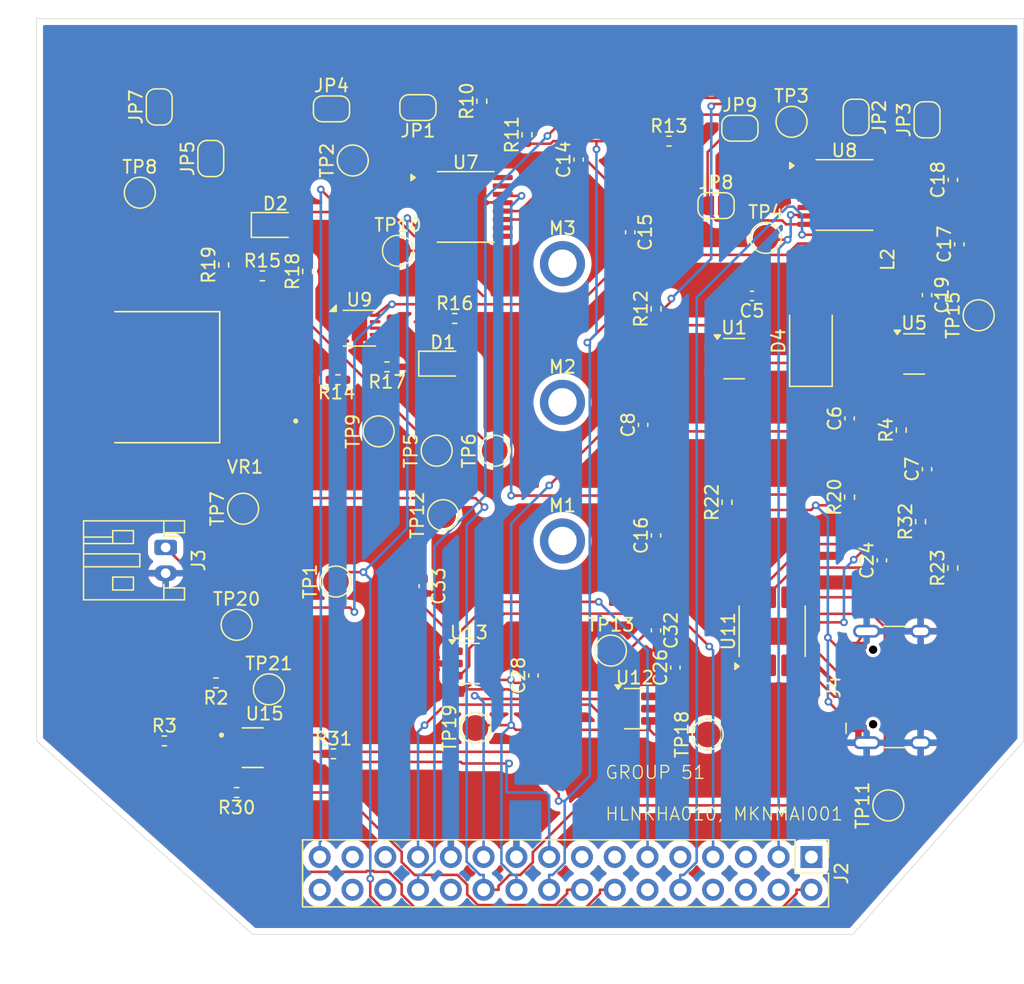
<source format=kicad_pcb>
(kicad_pcb (version 20241229) (generator "pcbnew") (generator_version "9.0")
  (layers (0 "F.Cu" signal) (2 "B.Cu" signal) (13 "F.Paste" user) (15 "B.Paste" user) (5 "F.SilkS" user "F.Silkscreen") (7 "B.SilkS" user "B.Silkscreen") (1 "F.Mask" user) (3 "B.Mask" user) (25 "Edge.Cuts" user))
  (net 0 "")
  (net 1 "BATT")
  (net 2 "GND")
  (net 3 "Net-(C6-Pad1)")
  (net 4 "HV")
  (net 5 "5V Out")
  (net 6 "3V3 Out")
  (net 7 "EXT_LOAD1_OUT")
  (net 8 "EXT_LOAD2_OUT")
  (net 9 "Net-(D2-A)")
  (net 10 "MOTOR3_CTRL2")
  (net 11 "CTRL_EXT_LOAD1")
  (net 12 "Motor2_A_OUT")
  (net 13 "I2C1_SCL")
  (net 14 "MOTOR4_CTRL2")
  (net 15 "CTRL_EXT_LOAD2")
  (net 16 "Motor4_A_OUT")
  (net 17 "MOTOR1_B_OUT")
  (net 18 "Net-(J4-VBUS-PadA4)")
  (net 19 "Net-(JP1-A)")
  (net 20 "Net-(JP1-B)")
  (net 21 "Net-(JP2-B)")
  (net 22 "Net-(JP2-A)")
  (net 23 "Net-(JP5-B)")
  (net 24 "Net-(JP8-A)")
  (net 25 "Net-(JP9-B)")
  (net 26 "Net-(U9-TS)")
  (net 27 "Net-(U9-~{CHG})")
  (net 28 "Net-(U9-PRETERM)")
  (net 29 "Net-(U7-VCP)")
  (net 30 "Net-(U7-VINT)")
  (net 31 "Net-(U8-VCP)")
  (net 32 "Net-(U8-VINT)")
  (net 33 "Net-(U11-GND)")
  (net 34 "Net-(U11-VBUS)")
  (net 35 "Net-(D1-A)")
  (net 36 "Net-(D4-A)")
  (net 37 "/USART2_TX")
  (net 38 "/Motor4_B_OUT")
  (net 39 "/MOTOR3_A_OUT")
  (net 41 "/FAST_CHARGE_CTRL")
  (net 42 "/Motor2_B_OUT")
  (net 43 "/MOTOR1_CTRL2")
  (net 44 "I2C1_SDA")
  (net 45 "/MOTOR3_B_OUT")
  (net 46 "/MOTOR1_A_OUT")
  (net 47 "/MOTOR3_CTRL1")
  (net 48 "/USART2_RX")
  (net 49 "/MOTOR2_CTRL1")
  (net 50 "/MOTOR1_CTRL1")
  (net 51 "/MOTOR2_CTRL2")
  (net 52 "/MOTOR4_CTRL1")
  (net 53 "Net-(U11-DP)")
  (net 54 "Net-(U11-DM)")
  (net 55 "Net-(J4-CC2)")
  (net 60 "Net-(JP5-A)")
  (net 63 "Net-(U15-VIN+)")
  (net 64 "Net-(U9-~{PG})")
  (net 65 "Net-(U9-ISET)")
  (net 66 "Net-(U9-ISET2)")
  (net 67 "Net-(U11-CFG1)")
  (net 68 "Net-(R23-Pad1)")
  (net 69 "MOTOR1_A_OUT ")
  (net 70 "MOTOR3_A_OUT ")
  (net 71 "Net-(U9-IN)")
  (net 75 "MOTOR1_CTRL2 ")
  (net 76 "MOTOR2_CTRL2 ")
  (net 77 "Motor2_B_OUT ")
  (net 78 "MOTOR1_CTRL1 ")
  (net 79 "MOTOR2_CTRL1 ")
  (net 80 "MOTOR3_CTRL1 ")
  (net 81 "MOTOR3_B_OUT ")
  (net 82 "Motor4_B_OUT ")
  (net 83 "MOTOR4_CTRL1 ")
  (footprint "Resistor_SMD:R_0402_1005Metric_Pad0.72x0.64mm_HandSolder" (layer "F.Cu") (at 120 73.5975 90)
    (property "Reference" "R18")
    (property "Value" "1k")
  )
  (footprint "Package_SO:TSSOP-16-1EP_4.4x5mm_P0.65mm_EP3x3mm" (layer "F.Cu") (at 132.25 68.6)
    (property "Reference" "U7")
    (property "Value" "DRV8833PWPR")
  )
  (footprint "TestPoint:TestPoint_Pad_D2.0mm" (layer "F.Cu") (at 155.5 71)
    (property "Reference" "TP4")
    (property "Value" "TestPoint")
  )
  (footprint "Conveter:VREG_LM2596SX-5.0_NOPB" (layer "F.Cu") (at 110.455 81.8 180)
    (property "Reference" "VR1")
    (property "Value" "LM2596SX-5.0_NOPB")
  )
  (footprint "Capacitor_SMD:C_0402_1005Metric_Pad0.74x0.62mm_HandSolder" (layer "F.Cu") (at 168 88.9325 90)
    (property "Reference" "C7")
    (property "Value" "2.2uF")
  )
  (footprint "Capacitor_SMD:C_0402_1005Metric_Pad0.74x0.62mm_HandSolder" (layer "F.Cu") (at 145 70.5675 -90)
    (property "Reference" "C15")
    (property "Value" "10uF")
  )
  (footprint "Capacitor_SMD:C_0402_1005Metric_Pad0.74x0.62mm_HandSolder" (layer "F.Cu") (at 168 75.4325 -90)
    (property "Reference" "C19")
    (property "Value" "2.2uF")
  )
  (footprint "Capacitor_SMD:C_0402_1005Metric_Pad0.74x0.62mm_HandSolder" (layer "F.Cu") (at 170.5 71.5 90)
    (property "Reference" "C17")
    (property "Value" "10uF")
  )
  (footprint "Resistor_SMD:R_0402_1005Metric_Pad0.72x0.64mm_HandSolder" (layer "F.Cu") (at 166 85.9025 90)
    (property "Reference" "R4")
    (property "Value" "10")
  )
  (footprint "TestPoint:TestPoint_Pad_D2.0mm" (layer "F.Cu") (at 133 109 90)
    (property "Reference" "TP19")
    (property "Value" "TestPoint")
  )
  (footprint "Capacitor_SMD:C_0402_1005Metric_Pad0.74x0.62mm_HandSolder" (layer "F.Cu") (at 147 101.4325 -90)
    (property "Reference" "C32")
    (property "Value" "10uF")
  )
  (footprint "Package_SO:SSOP-10-1EP_3.9x4.9mm_P1mm_EP2.1x3.3mm" (layer "F.Cu") (at 156 101.5 90)
    (property "Reference" "U11")
    (property "Value" "CH224K")
  )
  (footprint "Capacitor_SMD:C_0402_1005Metric_Pad0.74x0.62mm_HandSolder" (layer "F.Cu") (at 129 98 -90)
    (property "Reference" "C33")
    (property "Value" "10uF")
  )
  (footprint "Package_SO:TSSOP-16-1EP_4.4x5mm_P0.65mm_EP3x3mm" (layer "F.Cu") (at 161.6 67.675)
    (property "Reference" "U8")
    (property "Value" "DRV8833PWPR")
  )
  (footprint "Capacitor_SMD:C_0402_1005Metric_Pad0.74x0.62mm_HandSolder" (layer "F.Cu") (at 164.5 96 90)
    (property "Reference" "C24")
    (property "Value" "1uF")
  )
  (footprint "Jumper:SolderJumper-2_P1.3mm_Open_RoundedPad1.0x1.5mm" (layer "F.Cu") (at 151.65 68.5)
    (property "Reference" "JP8")
    (property "Value" "SolderJumper_2_Open")
  )
  (footprint "Jumper:SolderJumper-2_P1.3mm_Open_RoundedPad1.0x1.5mm" (layer "F.Cu") (at 108.5 60.85 90)
    (property "Reference" "JP7")
    (property "Value" "SolderJumper_2_Open")
  )
  (footprint "Jumper:SolderJumper-2_P1.3mm_Open_RoundedPad1.0x1.5mm" (layer "F.Cu") (at 121.85 61)
    (property "Reference" "JP4")
    (property "Value" "SolderJumper_2_Open")
  )
  (footprint "TestPoint:TestPoint_Pad_D2.0mm" (layer "F.Cu") (at 172 77 90)
    (property "Reference" "TP15")
    (property "Value" "TestPoint")
  )
  (footprint "TestPoint:TestPoint_Pad_D2.0mm" (layer "F.Cu") (at 107 67.5)
    (property "Reference" "TP8")
    (property "Value" "TestPoint")
  )
  (footprint "INA219BIDCNR:SOT65P280X145-8N" (layer "F.Cu") (at 115.745 110.525)
    (property "Reference" "U15")
    (property "Value" "INA219BIDCNR")
  )
  (footprint "Resistor_SMD:R_0402_1005Metric_Pad0.72x0.64mm_HandSolder" (layer "F.Cu") (at 126.1525 81 180)
    (property "Reference" "R17")
    (property "Value" "10k")
  )
  (footprint "TestPoint:TestPoint_Pad_D2.0mm" (layer "F.Cu") (at 165 115 90)
    (property "Reference" "TP11")
    (property "Value" "TestPoint")
  )
  (footprint "Capacitor_SMD:C_0402_1005Metric_Pad0.74x0.62mm_HandSolder" (layer "F.Cu") (at 154.4325 75.5 180)
    (property "Reference" "C5")
    (property "Value" "1uF")
  )
  (footprint "Connector_PinHeader_2.54mm:PinHeader_2x16_P2.54mm_Vertical" (layer "F.Cu") (at 159.04 119 -90)
    (property "Reference" "J2")
    (property "Value" "Conn_02x16_Odd_Even")
  )
  (footprint "Resistor_SMD:R_0402_1005Metric_Pad0.72x0.64mm_HandSolder" (layer "F.Cu") (at 147 76.5 90)
    (property "Reference" "R12")
    (property "Value" "10k")
  )
  (footprint "Package_TO_SOT_SMD:SOT-23-5" (layer "F.Cu") (at 153.05 80.3625)
    (property "Reference" "U1")
    (property "Value" "AP2112K-3.3")
  )
  (footprint "Resistor_SMD:R_0402_1005Metric_Pad0.72x0.64mm_HandSolder" (layer "F.Cu") (at 116.5 73.945)
    (property "Reference" "R15")
    (property "Value" "2k")
  )
  (footprint "TestPoint:TestPoint_Pad_D2.0mm" (layer "F.Cu") (at 122.1925 97.645 90)
    (property "Reference" "TP1")
    (property "Value" "TestPoint")
  )
  (footprint "Package_SON:WSON-10-1EP_2.5x2.5mm_P0.5mm_EP1.2x2mm" (layer "F.Cu") (at 124.015 78)
    (property "Reference" "U9")
    (property "Value" "BQ24040DSQR")
  )
  (footprint "Jumper:SolderJumper-2_P1.3mm_Open_RoundedPad1.0x1.5mm" (layer "F.Cu") (at 128.55 60.9 180)
    (property "Reference" "JP1")
    (property "Value" "SolderJumper_2_Open")
  )
  (footprint "TestPoint:TestPoint_Pad_D2.0mm" (layer "F.Cu") (at 151 109.5 90)
    (property "Reference" "TP18")
    (property "Value" "TestPoint")
  )
  (footprint "Capacitor_SMD:C_0402_1005Metric_Pad0.74x0.62mm_HandSolder" (layer "F.Cu") (at 141 64.9325 90)
    (property "Reference" "C14")
    (property "Value" "1uF")
  )
  (footprint "TestPoint:TestPoint_Pad_D2.0mm" (layer "F.Cu") (at 134.5 87.5 90)
    (property "Reference" "TP6")
    (property "Value" "TestPoint")
  )
  (footprint "MountingHole:MountingHole_2.2mm_M2_ISO7380_Pad_TopBottom" (layer "F.Cu") (at 139.75 73)
    (property "Reference" "M3")
    (property "Value" "MountingHole_2.2mm_M2_ISO7380_Pad_TopBottom")
  )
  (footprint "TestPoint:TestPoint_Pad_D2.0mm" (layer "F.Cu") (at 127 72)
    (property "Reference" "TP10")
    (property "Value" "TestPoint")
  )
  (footprint "Resistor_SMD:R_0402_1005Metric_Pad0.72x0.64mm_HandSolder" (layer "F.Cu") (at 112.9025 105.5 180)
    (property "Reference" "R2")
    (property "Value" "1k")
  )
  (footprint "Jumper:SolderJumper-2_P1.3mm_Open_RoundedPad1.0x1.5mm" (layer "F.Cu") (at 112.5 64.85 90)
    (property "Reference" "JP5")
    (property "Value" "SolderJumper_2_Open")
  )
  (footprint "Resistor_SMD:R_0402_1005Metric_Pad0.72x0.64mm_HandSolder" (layer "F.Cu") (at 122 111)
    (property "Reference" "R31")
    (property "Value" "4.7k")
  )
  (footprint "Jumper:SolderJumper-2_P1.3mm_Open_RoundedPad1.0x1.5mm" (layer "F.Cu") (at 162.5 61.65 -90)
    (property "Reference" "JP2")
    (property "Value" "SolderJumper_2_Open")
  )
  (footprint "MountingHole:MountingHole_2.2mm_M2_ISO7380_Pad_TopBottom" (layer "F.Cu") (at 139.75 83.75)
    (property "Reference" "M2")
    (property "Value" "MountingHole_2.2mm_M2_ISO7380_Pad_TopBottom")
  )
  (footprint "LED_SMD:LED_0805_2012Metric_Pad1.15x1.40mm_HandSolder" (layer "F.Cu") (at 117.5 70)
    (property "Reference" "D2")
    (property "Value" "LED")
  )
  (footprint "Package_TO_SOT_SMD:SOT-23-5" (layer "F.Cu") (at 167 80)
    (property "Reference" "U5")
    (property "Value" "TPS613222ADBV")
  )
  (footprint "Capacitor_SMD:C_0402_1005Metric_Pad0.74x0.62mm_HandSolder" (layer "F.Cu") (at 162 85 90)
    (property "Reference" "C6")
    (property "Value" "10uF")
  )
  (footprint "Resistor_SMD:R_0402_1005Metric_Pad0.72x0.64mm_HandSolder" (layer "F.Cu") (at 152.5 91.5 90)
    (property "Reference" "R22")
    (property "Value" "10k")
  )
  (footprint "Resistor_SMD:R_0402_1005Metric_Pad0.72x0.64mm_HandSolder" (layer "F.Cu") (at 108.9025 110)
    (property "Reference" "R3")
    (property "Value" "1k")
  )
  (footprint "TestPoint:TestPoint_Pad_D2.0mm" (layer "F.Cu") (at 125.5 86 90)
    (property "Reference" "TP9")
    (property "Value" "TestPoint")
  )
  (footprint "Resistor_SMD:R_0402_1005Metric_Pad0.72x0.64mm_HandSolder" (layer "F.Cu") (at 133.5 60.4025 90)
    (property "Reference" "R10")
    (property "Value" "10k")
  )
  (footprint "Resistor_SMD:R_0402_1005Metric_Pad0.72x0.64mm_HandSolder" (layer "F.Cu") (at 162 91.0975 90)
    (property "Reference" "R20")
    (property "Value" "1k")
  )
  (footprint "Capacitor_SMD:C_0402_1005Metric_Pad0.74x0.62mm_HandSolder" (layer "F.Cu") (at 147 94.0675 90)
    (property "Reference" "C16")
    (property "Value" "2.2uF")
  )
  (footprint "Jumper:SolderJumper-2_P1.3mm_Open_RoundedPad1.0x1.5mm" (layer "F.Cu") (at 168 61.85 90)
    (property "Reference" "JP3")
    (property "Value" "SolderJumper_2_Open")
  )
  (footprint "TestPoint:TestPoint_Pad_D2.0mm" (layer "F.Cu") (at 143.5 103)
    (property "Reference" "TP13")
    (property "Value" "TestPoint")
  )
  (footprint "Resistor_SMD:R_0402_1005Metric_Pad0.72x0.64mm_HandSolder" (layer "F.Cu") (at 113.5 73.0975 90)
    (property "Reference" "R19")
    (property "Value" "10k")
  )
  (footprint "TestPoint:TestPoint_Pad_D2.0mm" (layer "F.Cu") (at 130.5 92.5 90)
    (property "Reference" "TP12")
    (property "Value" "TestPoint")
  )
  (footprint "Resistor_SMD:R_0402_1005Metric_Pad0.72x0.64mm_HandSolder" (layer "F.Cu") (at 137 63 90)
    (property "Reference" "R11")
    (property "Value" "10k")
  )
  (footprint "Jumper:SolderJumper-2_P1.3mm_Open_RoundedPad1.0x1.5mm" (layer "F.Cu") (at 153.5 62.5)
    (property "Reference" "JP9")
    (property "Value" "SolderJumper_2_Open")
  )
  (footprint "Capacitor_SMD:C_0402_1005Metric_Pad0.74x0.62mm_HandSolder" (layer "F.Cu") (at 137.5 104.9325 90)
    (property "Reference" "C28")
    (property "Value" "1uF")
  )
  (footprint "TestPoint:TestPoint_Pad_D2.0mm" (layer "F.Cu") (at 123.5 65 90)
    (property "Reference" "TP2")
    (property "Value" "TestPoint")
  )
  (footprint "TestPoint:TestPoint_Pad_D2.0mm" (layer "F.Cu") (at 157.5 62)
    (property "Reference" "TP3")
    (property "Value" "TestPoint")
  )
  (footprint "Resistor_SMD:R_0402_1005Metric_Pad0.72x0.64mm_HandSolder" (layer "F.Cu") (at 122.3475 82 180)
    (property "Reference" "R14")
    (property "Value" "1k")
  )
  (footprint "Capacitor_SMD:C_0402_1005Metric_Pad0.74x0.62mm_HandSolder" (layer "F.Cu") (at 146 85.5 90)
    (property "Reference" "C8")
    (property "Value" "1uF")
  )
  (footprint "Package_TO_SOT_SMD:SOT-23-6" (layer "F.Cu") (at 145.3625 107.5)
    (property "Reference" "U12")
    (property "Value" "TPS22929D")
  )
  (footprint "LED_SMD:LED_0805_2012Metric_Pad1.15x1.40mm_HandSolder" (layer "F.Cu") (at 130.475 80.75)
    (property "Reference" "D1")
    (property "Value" "LED")
  )
  (footprint "Inductor_SMD:L_0201_0603Metric_Pad0.64x0.40mm_HandSolder" (layer "F.Cu") (at 166 72.6825 90)
    (property "Reference" "L2")
    (property "Value" "10uH")
  )
  (footprint "Connector_JST:JST_PH_S2B-PH-K_1x02_P2.00mm_Horizontal" (layer "F.Cu") (at 109 95 -90)
    (property "Reference" "J3")
    (property "Value" "Conn_01x02_Pin")
  )
  (footprint "TestPoint:TestPoint_Pad_D2.0mm" (layer "F.Cu") (at 130 87.5 90)
    (property "Reference" "TP5")
    (property "Value" "TestPoint")
  )
  (footprint "TestPoint:TestPoint_Pad_D2.0mm" (layer "F.Cu") (at 117 106)
    (property "Reference" "TP21")
    (property "Value" "TestPoint")
  )
  (footprint "MountingHole:MountingHole_2.2mm_M2_ISO7380_Pad_TopBottom" (layer "F.Cu") (at 139.75 94.5)
    (property "Reference" "M1")
    (property "Value" "MountingHole_2.2mm_M2_ISO7380_Pad_TopBottom")
  )
  (footprint "Package_TO_SOT_SMD:SOT-23-6" (layer "F.Cu") (at 132.5 104)
    (property "Reference" "U13")
    (property "Value" "TPS22929D")
  )
  (footprint "Diode_SMD:D_SMA" (layer "F.Cu") (at 159 79 90)
    (property "Reference" "D4")
    (property "Value" "SS34")
  )
  (footprint "Resistor_SMD:R_0402_1005Metric_Pad0.72x0.64mm_HandSolder" (layer "F.Cu") (at 170 96.5975 90)
    (property "Reference" "R23")
    (property "Value" "4.7k")
  )
  (footprint "Connector_USB:USB_C_Receptacle_HCTL_HC-TYPE-C-16P-01A" (layer "F.Cu") (at 166.425 105.82 90)
    (property "Reference" "J4")
    (property "Value" "USB_C_Receptacle_USB2.0_16P")
  )
  (footprint "Resistor_SMD:R_0402_1005Metric_Pad0.72x0.64mm_HandSolder" (layer "F.Cu") (at 148 63.5)
    (property "Reference" "R13")
    (property "Value" "10k")
  )
  (footprint "Capacitor_SMD:C_0402_1005Metric_Pad0.74x0.62mm_HandSolder" (layer "F.Cu") (at 170 66.5 90)
    (property "Reference" "C18")
    (property "Value" "1uF")
  )
  (footprint "Capacitor_SMD:C_0402_1005Metric_Pad0.74x0.62mm_HandSolder" (layer "F.Cu") (at 148.5 104.3175 90)
    (property "Reference" "C26")
    (property "Value" "1uF")
  )
  (footprint "TestPoint:TestPoint_Pad_D2.0mm" (layer "F.Cu") (at 115 92 90)
    (property "Reference" "TP7")
    (property "Value" "TestPoint")
  )
  (footprint "Resistor_SMD:R_0402_1005Metric_Pad0.72x0.64mm_HandSolder" (layer "F.Cu") (at 131.4025 77.25)
    (property "Reference" "R16")
    (property "Value" "4.7k")
  )
  (footprint "TestPoint:TestPoint_Pad_D2.0mm" (layer "F.Cu") (at 114.5 101)
    (property "Reference" "TP20")
    (property "Value" "TestPoint")
  )
  (footprint "Resistor_SMD:R_0402_1005Metric_Pad0.72x0.64mm_HandSolder" (layer "F.Cu") (at 167.5 93 90)
    (property "Reference" "R32")
    (property "Value" "2k")
  )
  (footprint "Resistor_SMD:R_0402_1005Metric_Pad0.72x0.64mm_HandSolder" (layer "F.Cu") (at 114.5 114 180)
    (property "Reference" "R30")
    (property "Value" "4.7k")
  )
  (gr_line (start 129.5 67.5) (end 131 67.5) (stroke (width 0.2)) (layer "F.Cu") (net 2))
  (gr_line (start 129.5 69.5) (end 131 69.5) (stroke (width 0.2)) (layer "F.Cu") (net 2))
  (gr_line (start 148.25 108.5) (end 146.5 108.5) (stroke (width 0.2)) (layer "F.Cu") (net 5))
  (gr_line (start 122.75 78) (end 124.015 78) (stroke (width 0.2)) (layer "F.Cu") (net 2))
  (gr_line (start 163.25 101.5) (end 162.5 102.5) (stroke (width 0.2)) (layer "F.Cu") (net 2))
  (gr_line (start 135.25 68.25) (end 133.75 68.25) (stroke (width 0.2)) (layer "F.Cu") (net 2))
  (gr_line (start 129.5 104) (end 129.5 106) (stroke (width 0.2)) (layer "F.Cu") (net 2))
  (gr_line (start 138.75 106.25) (end 138.75 104.25) (stroke (width 0.2)) (layer "F.Cu") (net 2))
  (gr_line (start 158.75 68.75) (end 160.25 68.75) (stroke (width 0.2)) (layer "F.Cu") (net 2))
  (gr_line (start 129.5 106) (end 135.5 106) (stroke (width 0.2)) (layer "F.Cu") (net 2))
  (gr_line (start 170.5 72.25) (end 166 73.25) (stroke (width 0.2)) (layer "F.Cu") (net 1))
  (gr_line (start 125.25 77) (end 126.5 76) (stroke (width 0.2)) (layer "F.Cu") (net 1))
  (gr_line (start 133 80.5) (end 131.75 80.75) (stroke (width 0.2)) (layer "F.Cu") (net 35))
  (gr_line (start 148.5 104.75) (end 148.25 108.5) (stroke (width 0.2)) (layer "F.Cu") (net 5))
  (gr_line (start 148.5 103.75) (end 147 102) (stroke (width 0.2)) (layer "F.Cu") (net 2))
  (gr_line (start 138.75 104.25) (end 137.5 104.25) (stroke (width 0.2)) (layer "F.Cu") (net 2))
  (gr_line (start 136.25 106.25) (end 138.75 106.25) (stroke (width 0.2)) (layer "F.Cu") (net 2))
  (gr_line (start 164.5 67.25) (end 163 67.25) (stroke (width 0.2)) (layer "F.Cu") (net 2))
  (gr_line (start 165.75 72.25) (end 166 72.25) (stroke (width 0.2)) (layer "F.Cu") (net 36))
  (gr_line (start 158.75 66.75) (end 160.25 66.75) (stroke (width 0.2)) (layer "F.Cu") (net 2))
  (gr_line (start 135.5 106) (end 136.25 106.25) (stroke (width 0.2)) (layer "F.Cu") (net 2))
  (gr_line (start 131.3625 104) (end 129.5 104) (stroke (width 0.2)) (layer "F.Cu") (net 2))
  (gr_line (start 170.5 71) (end 164.5 67.25) (stroke (width 0.2)) (layer "B.Cu") (net 2))
  (gr_line (start 99 54) (end 99 110.002232) (stroke (width 0.05)) (layer "Edge.Cuts"))
  (gr_line (start 99 54) (end 175.5 54) (stroke (width 0.05)) (layer "Edge.Cuts"))
  (gr_line (start 99 110.002232) (end 115.75 125) (stroke (width 0.05)) (layer "Edge.Cuts"))
  (gr_line (start 175.5 110.008927) (end 162.25 125) (stroke (width 0.05)) (layer "Edge.Cuts"))
  (gr_line (start 162.25 125) (end 115.75 125) (stroke (width 0.05)) (layer "Edge.Cuts"))
  (gr_line (start 175.5 54) (end 175.5 110.008927) (stroke (width 0.05)) (layer "Edge.Cuts"))
  (gr_text "GROUP 51\n\nHLNKHA010, MKNMAI001" (at 143 116.25 0) (layer "F.SilkS") (effects (font (size 1 1) (thickness 0.1)) (justify left bottom)))
  (segment (start 113.6644 99.6644) (end 123.2862 99.6644) (width 0.2) (layer "F.Cu") (net 1))
  (segment (start 170.6606 69.6877) (end 169.8725 70.4758) (width 0.2) (layer "F.Cu") (net 1))
  (segment (start 169.9407 65.994) (end 170.6606 66.7139) (width 0.2) (layer "F.Cu") (net 1))
  (segment (start 127.29 121.1471) (end 126.2946 120.1517) (width 0.2) (layer "F.Cu") (net 1))
  (segment (start 113.2112 110.2048) (end 113.5258 109.8902) (width 0.2) (layer "F.Cu") (net 1))
  (segment (start 141.3457 123.1305) (end 128.5162 123.1305) (width 0.2) (layer "F.Cu") (net 1))
  (segment (start 141 64.365) (end 136.44 68.925) (width 0.2) (layer "F.Cu") (net 1))
  (segment (start 169.9407 65.9918) (end 170 65.9325) (width 0.2) (layer "F.Cu") (net 1))
  (segment (start 167.9347 68) (end 169.9407 65.994) (width 0.2) (layer "F.Cu") (net 1))
  (segment (start 127.29 121.9043) (end 127.29 121.1471) (width 0.2) (layer "F.Cu") (net 1))
  (segment (start 164.5 68) (end 167.9347 68) (width 0.2) (layer "F.Cu") (net 1))
  (segment (start 111.7324 105.5) (end 107.611 109.6214) (width 0.2) (layer "F.Cu") (net 1))
  (segment (start 145 68.365) (end 145 70) (width 0.2) (layer "F.Cu") (net 1))
  (segment (start 146.0871 71.0871) (end 145 70) (width 0.2) (layer "F.Cu") (net 1))
  (segment (start 143.8 121.54) (end 142.6483 121.54) (width 0.2) (layer "F.Cu") (net 1))
  (segment (start 141 64.365) (end 145 68.365) (width 0.2) (layer "F.Cu") (net 1))
  (segment (start 157.1156 72.3191) (end 147.3191 72.3191) (width 0.2) (layer "F.Cu") (net 1))
  (segment (start 114.49 110.2) (end 113.8356 110.2) (width 0.2) (layer "F.Cu") (net 1))
  (segment (start 107.611 110.3509) (end 107.934 110.6739) (width 0.2) (layer "F.Cu") (net 1))
  (segment (start 142.6483 121.54) (end 142.6483 121.8279) (width 0.2) (layer "F.Cu") (net 1))
  (segment (start 124.5373 120.1517) (end 118.9858 120.1517) (width 0.2) (layer "F.Cu") (net 1))
  (segment (start 112.305 103.195) (end 112.305 105.5) (width 0.2) (layer "F.Cu") (net 1))
  (segment (start 170.6606 66.7139) (end 170.6606 69.6877) (width 0.2) (layer "F.Cu") (net 1))
  (segment (start 128.5162 123.1305) (end 127.29 121.9043) (width 0.2) (layer "F.Cu") (net 1))
  (segment (start 142.6483 121.8279) (end 141.3457 123.1305) (width 0.2) (layer "F.Cu") (net 1))
  (segment (start 114.5 100.5) (end 114.5 101) (width 0.2) (layer "F.Cu") (net 1))
  (segment (start 123.2862 99.6644) (end 123.6275 100.0057) (width 0.2) (layer "F.Cu") (net 1))
  (segment (start 109.6098 109.8902) (end 109.5 110) (width 0.2) (layer "F.Cu") (net 1))
  (segment (start 107.611 109.6214) (end 107.611 110.3509) (width 0.2) (layer "F.Cu") (net 1))
  (segment (start 109 95) (end 113.6644 99.6644) (width 0.2) (layer "F.Cu") (net 1))
  (segment (start 118.9858 120.1517) (end 113.2112 114.3771) (width 0.2) (layer "F.Cu") (net 1))
  (segment (start 125.1728 120.1517) (end 125.1042 120.0831) (width 0.2) (layer "F.Cu") (net 1))
  (segment (start 169.8725 71.44) (end 170.5 72.0675) (width 0.2) (layer "F.Cu") (net 1))
  (segment (start 146.0871 71.0871) (end 141.0264 76.1478) (width 0.2) (layer "F.Cu") (net 1))
  (segment (start 124.6059 120.0831) (end 124.5373 120.1517) (width 0.2) (layer "F.Cu") (net 1))
  (segment (start 113.6644 99.6644) (end 114.5 100.5) (width 0.2) (layer "F.Cu") (net 1))
  (segment (start 169.8725 71.44) (end 157.9947 71.44) (width 0.2) (layer "F.Cu") (net 1))
  (segment (start 147.3191 72.3191) (end 146.0871 71.0871) (width 0.2) (layer "F.Cu") (net 1))
  (segment (start 107.934 110.6739) (end 108.8261 110.6739) (width 0.2) (layer "F.Cu") (net 1))
  (segment (start 126.2946 120.1517) (end 125.1728 120.1517) (width 0.2) (layer "F.Cu") (net 1))
  (segment (start 113.8356 110.2) (end 113.5258 109.8902) (width 0.2) (layer "F.Cu") (net 1))
  (segment (start 114.5 101) (end 112.305 103.195) (width 0.2) (layer "F.Cu") (net 1))
  (segment (start 136.44 68.925) (end 135.15 68.925) (width 0.2) (layer "F.Cu") (net 1))
  (segment (start 125.1042 120.0831) (end 124.6059 120.0831) (width 0.2) (layer "F.Cu") (net 1))
  (segment (start 108.8261 110.6739) (end 109.5 110) (width 0.2) (layer "F.Cu") (net 1))
  (segment (start 113.5258 109.8902) (end 109.6098 109.8902) (width 0.2) (layer "F.Cu") (net 1))
  (segment (start 157.9947 71.44) (end 157.1156 72.3191) (width 0.2) (layer "F.Cu") (net 1))
  (segment (start 112.305 105.5) (end 111.7324 105.5) (width 0.2) (layer "F.Cu") (net 1))
  (segment (start 169.9407 65.994) (end 169.9407 65.9918) (width 0.2) (layer "F.Cu") (net 1))
  (segment (start 169.8725 70.4758) (end 169.8725 71.44) (width 0.2) (layer "F.Cu") (net 1))
  (segment (start 113.2112 114.3771) (end 113.2112 110.2048) (width 0.2) (layer "F.Cu") (net 1))
  (segment (start 141.0264 76.1478) (end 126.5369 76.1478) (width 0.2) (layer "F.Cu") (net 1))
  (via (at 126.5369 76.1478) (size 0.6) (drill 0.3) (layers "F.Cu" "B.Cu") (net 1))
  (via (at 123.6275 100.0057) (size 0.6) (drill 0.3) (layers "F.Cu" "B.Cu") (net 1))
  (segment (start 123.6275 100.0057) (end 123.6275 79.0572) (width 0.2) (layer "B.Cu") (net 1))
  (segment (start 123.6275 79.0572) (end 126.5369 76.1478) (width 0.2) (layer "B.Cu") (net 1))
  (segment (start 162.9325 86.5) (end 162 85.5675) (width 0.2) (layer "F.Cu") (net 3))
  (segment (start 166 86.5) (end 162.9325 86.5) (width 0.2) (layer "F.Cu") (net 3))
  (segment (start 163.0285 98.8625) (end 165.1335 100.9675) (width 0.2) (layer "F.Cu") (net 4))
  (segment (start 137.45 119.4183) (end 137.45 118.634) (width 0.2) (layer "F.Cu") (net 4))
  (segment (start 115.6183 91.3817) (end 115.6183 85.2) (width 0.2) (layer "F.Cu") (net 4))
  (segment (start 115.8203 91.1797) (end 115.6058 91.3942) (width 0.2) (layer "F.Cu") (net 4))
  (segment (start 134.7917 121.252) (end 135.6554 120.3883) (width 0.2) (layer "F.Cu") (net 4))
  (segment (start 165.1335 105.4443) (end 163.5078 107.07) (width 0.2) (layer "F.Cu") (net 4))
  (segment (start 115.6058 91.3942) (end 115.6183 91.3817) (width 0.2) (layer "F.Cu") (net 4))
  (segment (start 137.45 118.634) (end 141.084 115) (width 0.2) (layer "F.Cu") (net 4))
  (segment (start 133.64 121.54) (end 134.7917 121.54) (width 0.2) (layer "F.Cu") (net 4))
  (segment (start 164.735 108.2972) (end 163.5078 107.07) (width 0.2) (layer "F.Cu") (net 4))
  (segment (start 164.735 115) (end 165 115) (width 0.2) (layer "F.Cu") (net 4))
  (segment (start 158 98.8625) (end 163.0285 98.8625) (width 0.2) (layer "F.Cu") (net 4))
  (segment (start 135.6554 120.3883) (end 136.48 120.3883) (width 0.2) (layer "F.Cu") (net 4))
  (segment (start 163.5078 107.07) (end 162.68 107.07) (width 0.2) (layer "F.Cu") (net 4))
  (segment (start 117 85.2) (end 115.6183 85.2) (width 0.2) (layer "F.Cu") (net 4))
  (segment (start 164.735 115) (end 164.735 108.2972) (width 0.2) (layer "F.Cu") (net 4))
  (segment (start 165.1335 100.9675) (end 165.1335 105.4443) (width 0.2) (layer "F.Cu") (net 4))
  (segment (start 115 92) (end 115.6058 91.3942) (width 0.2) (layer "F.Cu") (net 4))
  (segment (start 133.7088 91.8751) (end 133.0134 91.1797) (width 0.2) (layer "F.Cu") (net 4))
  (segment (start 133.0134 91.1797) (end 115.8203 91.1797) (width 0.2) (layer "F.Cu") (net 4))
  (segment (start 136.48 120.3883) (end 137.45 119.4183) (width 0.2) (layer "F.Cu") (net 4))
  (segment (start 141.084 115) (end 164.735 115) (width 0.2) (layer "F.Cu") (net 4))
  (segment (start 134.7917 121.54) (end 134.7917 121.252) (width 0.2) (layer "F.Cu") (net 4))
  (via (at 133.7088 91.8751) (size 0.6) (drill 0.3) (layers "F.Cu" "B.Cu") (net 4))
  (segment (start 133.3521 120.3883) (end 132.3228 119.359) (width 0.2) (layer "B.Cu") (net 4))
  (segment (start 133.64 121.54) (end 133.64 120.3883) (width 0.2) (layer "B.Cu") (net 4))
  (segment (start 132.3228 119.359) (end 132.3228 93.2611) (width 0.2) (layer "B.Cu") (net 4))
  (segment (start 132.3228 93.2611) (end 133.7088 91.8751) (width 0.2) (layer "B.Cu") (net 4))
  (segment (start 133.64 120.3883) (end 133.3521 120.3883) (width 0.2) (layer "B.Cu") (net 4))
  (segment (start 146.5 109.1415) (end 136.1334 109.1415) (width 0.2) (layer "F.Cu") (net 5))
  (segment (start 135.9727 105.5) (end 135.745 105.2723) (width 0.2) (layer "F.Cu") (net 5))
  (segment (start 151.9125 79.4125) (end 152.2721 79.4125) (width 0.2) (layer "F.Cu") (net 5))
  (segment (start 165.8921 87.6967) (end 168.1375 85.4513) (width 0.2) (layer "F.Cu") (net 5))
  (segment (start 168.1375 85.4513) (end 168.1375 80.95) (width 0.2) (layer "F.Cu") (net 5))
  (segment (start 161.3832 85.0493) (end 162 84.4325) (width 0.2) (layer "F.Cu") (net 5))
  (segment (start 152.6644 81.3125) (end 151.9125 81.3125) (width 0.2) (layer "F.Cu") (net 5))
  (segment (start 137.5 105.5) (end 135.9727 105.5) (width 0.2) (layer "F.Cu") (net 5))
  (segment (start 146 86.0675) (end 142.8487 86.0675) (width 0.2) (layer "F.Cu") (net 5))
  (segment (start 162 84) (end 162 84.4325) (width 0.2) (layer "F.Cu") (net 5))
  (segment (start 168.1375 80.8625) (end 168.1375 80.95) (width 0.2) (layer "F.Cu") (net 5))
  (segment (start 133.9598 105.2723) (end 133.6375 104.95) (width 0.2) (layer "F.Cu") (net 5))
  (segment (start 161.3832 86.0002) (end 163.0797 87.6967) (width 0.2) (layer "F.Cu") (net 5))
  (segment (start 159 81) (end 162 84) (width 0.2) (layer "F.Cu") (net 5))
  (segment (start 135.775 108.7831) (end 133.2831 108.7831) (width 0.2) (layer "F.Cu") (net 5))
  (segment (start 153.281 80.4214) (end 153.281 80.6959) (width 0.2) (layer "F.Cu") (net 5))
  (segment (start 151 109.5) (end 146.8585 109.5) (width 0.2) (layer "F.Cu") (net 5))
  (segment (start 168 89.5) (end 165.8921 89.5) (width 0.2) (layer "F.Cu") (net 5))
  (segment (start 142.8487 86.0675) (end 138.725 90.1912) (width 0.2) (layer "F.Cu") (net 5))
  (segment (start 161.3832 86.0002) (end 161.3832 85.0493) (width 0.2) (layer "F.Cu") (net 5))
  (segment (start 159 81) (end 158.6959 80.6959) (width 0.2) (layer "F.Cu") (net 5))
  (segment (start 165.8921 89.5) (end 165.8921 87.6967) (width 0.2) (layer "F.Cu") (net 5))
  (segment (start 158.6959 80.6959) (end 153.281 80.6959) (width 0.2) (layer "F.Cu") (net 5))
  (segment (start 136.1334 109.1415) (end 135.775 108.7831) (width 0.2) (layer "F.Cu") (net 5))
  (segment (start 152.2721 79.4125) (end 153.281 80.4214) (width 0.2) (layer "F.Cu") (net 5))
  (segment (start 146.5 109.1415) (end 146.5 108.45) (width 0.2) (layer "F.Cu") (net 5))
  (segment (start 133.2831 108.7831) (end 133 108.5) (width 0.2) (layer "F.Cu") (net 5))
  (segment (start 153.281 80.6959) (end 152.6644 81.3125) (width 0.2) (layer "F.Cu") (net 5))
  (segment (start 172 77) (end 168.1375 80.8625) (width 0.2) (layer "F.Cu") (net 5))
  (segment (start 135.745 105.2723) (end 133.9598 105.2723) (width 0.2) (layer "F.Cu") (net 5))
  (segment (start 161.3832 86.0002) (end 146.0673 86.0002) (width 0.2) (layer "F.Cu") (net 5))
  (segment (start 146.8585 109.5) (end 146.5 109.1415) (width 0.2) (layer "F.Cu") (net 5))
  (segment (start 146.0673 86.0002) (end 146 86.0675) (width 0.2) (layer "F.Cu") (net 5))
  (segment (start 163.0797 87.6967) (end 165.8921 87.6967) (width 0.2) (layer "F.Cu") (net 5))
  (via (at 135.775 108.7831) (size 0.6) (drill 0.3) (layers "F.Cu" "B.Cu") (net 5))
  (via (at 135.745 105.2723) (size 0.6) (drill 0.3) (layers "F.Cu" "B.Cu") (net 5))
  (via (at 138.725 90.1912) (size 0.6) (drill 0.3) (layers "F.Cu" "B.Cu") (net 5))
  (segment (start 136.18 121.54) (end 136.18 120.3883) (width 0.2) (layer "B.Cu") (net 5))
  (segment (start 135.0181 119.5143) (end 135.8921 120.3883) (width 0.2) (layer "B.Cu") (net 5))
  (segment (start 135.0181 109.54) (end 135.0181 119.5143) (width 0.2) (layer "B.Cu") (net 5))
  (segment (start 135.775 105.2723) (end 135.745 105.2723) (width 0.2) (layer "B.Cu") (net 5))
  (segment (start 135.775 105.2723) (end 135.775 108.7831) (width 0.2) (layer "B.Cu") (net 5))
  (segment (start 135.775 108.7831) (end 135.0181 109.54) (width 0.2) (layer "B.Cu") (net 5))
  (segment (start 138.725 90.1912) (end 135.775 93.1412) (width 0.2) (layer "B.Cu") (net 5))
  (segment (start 135.8921 120.3883) (end 136.18 120.3883) (width 0.2) (layer "B.Cu") (net 5))
  (segment (start 135.775 93.1412) (end 135.775 105.2723) (width 0.2) (layer "B.Cu") (net 5))
  (segment (start 146.3723 76.5302) (end 147 75.9025) (width 0.2) (layer "F.Cu") (net 6))
  (segment (start 122.5975 111) (end 121.1475 109.55) (width 0.2) (layer "F.Cu") (net 6))
  (segment (start 147.4025 63.5) (end 142.3843 63.5) (width 0.2) (layer "F.Cu") (net 6))
  (segment (start 139.4528 114.1247) (end 136.1725 110.8444) (width 0.2) (layer "F.Cu") (net 6))
  (segment (start 152.7288 77.7712) (end 146.6448 77.7712) (width 0.2) (layer "F.Cu") (net 6))
  (segment (start 139.4528 114.6594) (end 139.4528 114.1247) (width 0.2) (layer "F.Cu") (net 6))
  (segment (start 136.1725 110.8444) (end 122.7531 110.8444) (width 0.2) (layer "F.Cu") (net 6))
  (segment (start 143.2924 77.4987) (end 141.675 79.1161) (width 0.2) (layer "F.Cu") (net 6))
  (segment (start 121.1475 109.55) (end 117 109.55) (width 0.2) (layer "F.Cu") (net 6))
  (segment (start 146.3723 77.4987) (end 143.2924 77.4987) (width 0.2) (layer "F.Cu") (net 6))
  (segment (start 114.49 113.4125) (end 113.9025 114) (width 0.2) (layer "F.Cu") (net 6))
  (segment (start 152.7288 77.7712) (end 155 75.5) (width 0.2) (layer "F.Cu") (net 6))
  (segment (start 138.8339 63.7013) (end 137.1038 63.7013) (width 0.2) (layer "F.Cu") (net 6))
  (segment (start 122.7531 110.8444) (end 122.5975 111) (width 0.2) (layer "F.Cu") (net 6))
  (segment (start 152.7288 77.7712) (end 152.7288 77.9538) (width 0.2) (layer "F.Cu") (net 6))
  (segment (start 134.9125 61.51) (end 137 63.5975) (width 0.2) (layer "F.Cu") (net 6))
  (segment (start 114.49 111.5) (end 114.49 113.4125) (width 0.2) (layer "F.Cu") (net 6))
  (segment (start 117 109.55) (end 116.3961 109.55) (width 0.2) (layer "F.Cu") (net 6))
  (segment (start 133.5 59.805) (end 134.9125 61.2175) (width 0.2) (layer "F.Cu") (net 6))
  (segment (start 146.6448 77.7712) (end 146.3723 77.4987) (width 0.2) (layer "F.Cu") (net 6))
  (segment (start 142.3843 63.5) (end 142.3843 64.1287) (width 0.2) (layer "F.Cu") (net 6))
  (segment (start 116.3961 109.55) (end 115.8866 110.0595) (width 0.2) (layer "F.Cu") (net 6))
  (segment (start 115.8866 110.0595) (end 115.8866 110.7079) (width 0.2) (layer "F.Cu") (net 6))
  (segment (start 115.0945 111.5) (end 114.49 111.5) (width 0.2) (layer "F.Cu") (net 6))
  (segment (start 152.7288 77.9538) (end 154.1875 79.4125) (width 0.2) (layer "F.Cu") (net 6))
  (segment (start 146.3723 77.4987) (end 146.3723 76.5302) (width 0.2) (layer "F.Cu") (net 6))
  (segment (start 115.8866 110.7079) (end 115.0945 111.5) (width 0.2) (layer "F.Cu") (net 6))
  (segment (start 142.3843 63.5) (end 139.0352 63.5) (width 0.2) (layer "F.Cu") (net 6))
  (segment (start 134.9125 61.2175) (end 134.9125 61.51) (width 0.2) (layer "F.Cu") (net 6))
  (segment (start 139.0352 63.5) (end 138.8339 63.7013) (width 0.2) (layer "F.Cu") (net 6))
  (segment (start 137.1038 63.7013) (end 137 63.5975) (width 0.2) (layer "F.Cu") (net 6))
  (via (at 142.3843 64.1287) (size 0.6) (drill 0.3) (layers "F.Cu" "B.Cu") (net 6))
  (via (at 141.675 79.1161) (size 0.6) (drill 0.3) (layers "F.Cu" "B.Cu") (net 6))
  (via (at 139.4528 114.6594) (size 0.6) (drill 0.3) (layers "F.Cu" "B.Cu") (net 6))
  (segment (start 138.72 121.54) (end 138.72 120.3883) (width 0.2) (layer "B.Cu") (net 6))
  (segment (start 142.3843 64.1287) (end 142.3843 78.4068) (width 0.2) (layer "B.Cu") (net 6))
  (segment (start 139.4528 114.6594) (end 139.9228 114.6594) (width 0.2) (layer "B.Cu") (net 6))
  (segment (start 139.9228 119.454) (end 138.9885 120.3883) (width 0.2) (layer "B.Cu") (net 6))
  (segment (start 142.3843 78.4068) (end 141.675 79.1161) (width 0.2) (layer "B.Cu") (net 6))
  (segment (start 139.9228 114.6594) (end 139.9228 119.454) (width 0.2) (layer "B.Cu") (net 6))
  (segment (start 139.9228 114.6594) (end 141.8648 112.7174) (width 0.2) (layer "B.Cu") (net 6))
  (segment (start 141.8648 112.7174) (end 141.8648 79.3059) (width 0.2) (layer "B.Cu") (net 6))
  (segment (start 138.9885 120.3883) (end 138.72 120.3883) (width 0.2) (layer "B.Cu") (net 6))
  (segment (start 141.8648 79.3059) (end 141.675 79.1161) (width 0.2) (layer "B.Cu") (net 6))
  (segment (start 144.225 106.3115) (end 144.225 106.55) (width 0.2) (layer "F.Cu") (net 7))
  (segment (start 144.865 103) (end 147 100.865) (width 0.2) (layer "F.Cu") (net 7))
  (segment (start 143.7865 106.75) (end 144.225 106.3115) (width 0.2) (layer "F.Cu") (net 7))
  (segment (start 143.5 103) (end 144.225 103) (width 0.2) (layer "F.Cu") (net 7))
  (segment (start 132.9456 106.5) (end 133.1341 106.5) (width 0.2) (layer "F.Cu") (net 7))
  (segment (start 133.1341 106.5) (end 133.3841 106.75) (width 0.2) (layer "F.Cu") (net 7))
  (segment (start 133.3841 106.75) (end 143.7865 106.75) (width 0.2) (layer "F.Cu") (net 7))
  (segment (start 144.225 103) (end 144.865 103) (width 0.2) (layer "F.Cu") (net 7))
  (segment (start 144.225 103) (end 144.225 106.3115) (width 0.2) (layer "F.Cu") (net 7))
  (via (at 132.9456 106.5) (size 0.6) (drill 0.3) (layers "F.Cu" "B.Cu") (net 7))
  (segment (start 133.1341 106.5) (end 133.64 107.0059) (width 0.2) (layer "B.Cu") (net 7))
  (segment (start 132.9456 106.5) (end 133.1341 106.5) (width 0.2) (layer "B.Cu") (net 7))
  (segment (start 133.64 107.0059) (end 133.64 119) (width 0.2) (layer "B.Cu") (net 7))
  (segment (start 131.3625 101.9845) (end 128.376 98.998) (width 0.2) (layer "F.Cu") (net 8))
  (segment (start 129 94) (end 129 97.4325) (width 0.2) (layer "F.Cu") (net 8))
  (segment (start 142.5574 99.2175) (end 134.1295 99.2175) (width 0.2) (layer "F.Cu") (net 8))
  (segment (start 128.376 98.0565) (end 129 97.4325) (width 0.2) (layer "F.Cu") (net 8))
  (segment (start 128.376 98.998) (end 128.376 98.0565) (width 0.2) (layer "F.Cu") (net 8))
  (segment (start 134.1295 99.2175) (end 131.3625 101.9845) (width 0.2) (layer "F.Cu") (net 8))
  (segment (start 130.5 92.5) (end 129 94) (width 0.2) (layer "F.Cu") (net 8))
  (segment (start 131.3625 103.05) (end 131.3625 101.9845) (width 0.2) (layer "F.Cu") (net 8))
  (via (at 142.5574 99.2175) (size 0.6) (drill 0.3) (layers "F.Cu" "B.Cu") (net 8))
  (segment (start 146.34 103.0001) (end 142.5574 99.2175) (width 0.2) (layer "B.Cu") (net 8))
  (segment (start 146.34 119) (end 146.34 103.0001) (width 0.2) (layer "B.Cu") (net 8))
  (segment (start 120 77.5) (end 120 74.195) (width 0.2) (layer "F.Cu") (net 9))
  (segment (start 130 87.5) (end 120 77.5) (width 0.2) (layer "F.Cu") (net 9))
  (segment (start 118.525 72.72) (end 120 74.195) (width 0.2) (layer "F.Cu") (net 9))
  (segment (start 118.525 70) (end 118.525 72.72) (width 0.2) (layer "F.Cu") (net 9))
  (segment (start 164.5 66.05) (end 165.8508 66.05) (width 0.2) (layer "F.Cu") (net 10))
  (segment (start 141.5396 60.1447) (end 138.5847 63.0996) (width 0.2) (layer "F.Cu") (net 10))
  (segment (start 165.8508 66.05) (end 169.093 62.8078) (width 0.2) (layer "F.Cu") (net 10))
  (segment (start 169.093 62.8078) (end 169.093 60.886) (width 0.2) (layer "F.Cu") (net 10))
  (segment (start 168.3517 60.1447) (end 141.5396 60.1447) (width 0.2) (layer "F.Cu") (net 10))
  (segment (start 169.093 60.886) (end 168.3517 60.1447) (width 0.2) (layer "F.Cu") (net 10))
  (via (at 138.5847 63.0996) (size 0.6) (drill 0.3) (layers "F.Cu" "B.Cu") (net 10))
  (segment (start 129.83 119.3868) (end 128.8285 120.3883) (width 0.2) (layer "B.Cu") (net 10))
  (segment (start 128.8285 120.3883) (end 128.56 120.3883) (width 0.2) (layer "B.Cu") (net 10))
  (segment (start 138.5847 63.0996) (end 133.775 67.9093) (width 0.2) (layer "B.Cu") (net 10))
  (segment (start 133.775 90.9581) (end 129.83 94.9031) (width 0.2) (layer "B.Cu") (net 10))
  (segment (start 129.83 94.9031) (end 129.83 119.3868) (width 0.2) (layer "B.Cu") (net 10))
  (segment (start 133.775 67.9093) (end 133.775 90.9581) (width 0.2) (layer "B.Cu") (net 10))
  (segment (start 128.56 121.54) (end 128.56 120.3883) (width 0.2) (layer "B.Cu") (net 10))
  (segment (start 130.3481 107.5) (end 130.5 107.5) (width 0.2) (layer "F.Cu") (net 11))
  (segment (start 141.9396 107.1896) (end 143.2 108.45) (width 0.2) (layer "F.Cu") (net 11))
  (segment (start 130.5 107.5) (end 130.8104 107.1896) (width 0.2) (layer "F.Cu") (net 11))
  (segment (start 143.2 108.45) (end 144.225 108.45) (width 0.2) (layer "F.Cu") (net 11))
  (segment (start 129.065 108.7831) (end 130.3481 107.5) (width 0.2) (layer "F.Cu") (net 11))
  (segment (start 130.8104 107.1896) (end 141.9396 107.1896) (width 0.2) (layer "F.Cu") (net 11))
  (via (at 129.065 108.7831) (size 0.6) (drill 0.3) (layers "F.Cu" "B.Cu") (net 11))
  (segment (start 128.56 109.2881) (end 129.065 108.7831) (width 0.2) (layer "B.Cu") (net 11))
  (segment (start 128.56 119) (end 128.56 109.2881) (width 0.2) (layer "B.Cu") (net 11))
  (segment (start 124.3213 96.9163) (end 122.9212 96.9163) (width 0.2) (layer "F.Cu") (net 12))
  (segment (start 122.9212 96.9163) (end 122.1925 97.645) (width 0.2) (layer "F.Cu") (net 12))
  (segment (start 124.855 122.0409) (end 124.855 120.6848) (width 0.2) (layer "F.Cu") (net 12))
  (segment (start 126.3832 123.5691) (end 124.855 122.0409) (width 0.2) (layer "F.Cu") (net 12))
  (segment (start 127.7237 69.4661) (end 128.4826 70.225) (width 0.2) (layer "F.Cu") (net 12))
  (segment (start 156.1471 123.5691) (end 126.3832 123.5691) (width 0.2) (layer "F.Cu") (net 12))
  (segment (start 157.8883 121.54) (end 157.8883 121.8279) (width 0.2) (layer "F.Cu") (net 12))
  (segment (start 157.8883 121.8279) (end 156.1471 123.5691) (width 0.2) (layer "F.Cu") (net 12))
  (segment (start 159.04 121.54) (end 157.8883 121.54) (width 0.2) (layer "F.Cu") (net 12))
  (segment (start 128.4826 70.225) (end 129.35 70.225) (width 0.2) (layer "F.Cu") (net 12))
  (via (at 127.7237 69.4661) (size 0.6) (drill 0.3) (layers "F.Cu" "B.Cu") (net 12))
  (via (at 124.855 120.6848) (size 0.6) (drill 0.3) (layers "F.Cu" "B.Cu") (net 12))
  (via (at 124.3213 96.9163) (size 0.6) (drill 0.3) (layers "F.Cu" "B.Cu") (net 12))
  (segment (start 127.7237 93.5139) (end 127.7237 69.4661) (width 0.2) (layer "B.Cu") (net 12))
  (segment (start 124.855 120.6848) (end 124.855 97.45) (width 0.2) (layer "B.Cu") (net 12))
  (segment (start 124.855 97.45) (end 124.3213 96.9163) (width 0.2) (layer "B.Cu") (net 12))
  (segment (start 124.3213 96.9163) (end 127.7237 93.5139) (width 0.2) (layer "B.Cu") (net 12))
  (segment (start 122.6871 114) (end 117 114) (width 0.2) (layer "F.Cu") (net 13))
  (segment (start 140.1083 121.54) (end 140.1083 121.8279) (width 0.2) (layer "F.Cu") (net 13))
  (segment (start 132.37 121.9043) (end 132.37 121.1471) (width 0.2) (layer "F.Cu") (net 13))
  (segment (start 141.26 121.54) (end 140.1083 121.54) (width 0.2) (layer "F.Cu") (net 13))
  (segment (start 128.2842 120.3883) (end 127.29 119.3941) (width 0.2) (layer "F.Cu") (net 13))
  (segment (start 127.29 119.3941) (end 127.29 118.6029) (width 0.2) (layer "F.Cu") (net 13))
  (segment (start 139.209 122.7272) (end 133.1929 122.7272) (width 0.2) (layer "F.Cu") (net 13))
  (segment (start 131.6112 120.3883) (end 128.2842 120.3883) (width 0.2) (layer "F.Cu") (net 13))
  (segment (start 127.29 118.6029) (end 122.6871 114) (width 0.2) (layer "F.Cu") (net 13))
  (segment (start 140.1083 121.8279) (end 139.209 122.7272) (width 0.2) (layer "F.Cu") (net 13))
  (segment (start 132.37 121.1471) (end 131.6112 120.3883) (width 0.2) (layer "F.Cu") (net 13))
  (segment (start 133.1929 122.7272) (end 132.37 121.9043) (width 0.2) (layer "F.Cu") (net 13))
  (segment (start 117 114) (end 115.0975 114) (width 0.2) (layer "F.Cu") (net 13))
  (segment (start 117 114) (end 117 111.5) (width 0.2) (layer "F.Cu") (net 13))
  (segment (start 165.3073 69.3) (end 165.5519 69.5446) (width 0.2) (layer "F.Cu") (net 14))
  (segment (start 165.5519 69.5446) (end 165.5519 70.3577) (width 0.2) (layer "F.Cu") (net 14))
  (segment (start 165.5519 70.3577) (end 165.152 70.7576) (width 0.2) (layer "F.Cu") (net 14))
  (segment (start 164.5 69.3) (end 165.3073 69.3) (width 0.2) (layer "F.Cu") (net 14))
  (segment (start 165.152 70.7576) (end 158.3103 70.7576) (width 0.2) (layer "F.Cu") (net 14))
  (via (at 158.3103 70.7576) (size 0.6) (drill 0.3) (layers "F.Cu" "B.Cu") (net 14))
  (segment (start 150.15 119.3868) (end 149.1485 120.3883) (width 0.2) (layer "B.Cu") (net 14))
  (segment (start 157.2032 68.5755) (end 150.15 75.6287) (width 0.2) (layer "B.Cu") (net 14))
  (segment (start 149.1485 120.3883) (end 148.88 120.3883) (width 0.2) (layer "B.Cu") (net 14))
  (segment (start 158.3103 70.7576) (end 158.3103 69.2398) (width 0.2) (layer "B.Cu") (net 14))
  (segment (start 150.15 75.6287) (end 150.15 119.3868) (width 0.2) (layer "B.Cu") (net 14))
  (segment (start 157.646 68.5755) (end 157.2032 68.5755) (width 0.2) (layer "B.Cu") (net 14))
  (segment (start 158.3103 69.2398) (end 157.646 68.5755) (width 0.2) (layer "B.Cu") (net 14))
  (segment (start 148.88 121.54) (end 148.88 120.3883) (width 0.2) (layer "B.Cu") (net 14))
  (segment (start 131.7764 104.95) (end 132.5232 104.2032) (width 0.2) (layer "F.Cu") (net 15))
  (segment (start 131.3625 104.95) (end 131.7764 104.95) (width 0.2) (layer "F.Cu") (net 15))
  (segment (start 135.2233 100.1354) (end 148.5788 100.1354) (width 0.2) (layer "F.Cu") (net 15))
  (segment (start 148.5788 100.1354) (end 151.125 102.6816) (width 0.2) (layer "F.Cu") (net 15))
  (segment (start 132.5232 104.2032) (end 132.5232 102.8355) (width 0.2) (layer "F.Cu") (net 15))
  (segment (start 132.5232 102.8355) (end 135.2233 100.1354) (width 0.2) (layer "F.Cu") (net 15))
  (via (at 151.125 102.6816) (size 0.6) (drill 0.3) (layers "F.Cu" "B.Cu") (net 15))
  (segment (start 151.125 102.6816) (end 151.42 102.9766) (width 0.2) (layer "B.Cu") (net 15))
  (segment (start 151.42 102.9766) (end 151.42 119) (width 0.2) (layer "B.Cu") (net 15))
  (segment (start 155.6425 71.1425) (end 155.5 71) (width 0.2) (layer "F.Cu") (net 16))
  (segment (start 158.6206 69.2206) (end 158.7 69.3) (width 0.2) (layer "F.Cu") (net 16))
  (segment (start 157.2 71.1425) (end 155.6425 71.1425) (width 0.2) (layer "F.Cu") (net 16))
  (segment (start 157.4345 69.2206) (end 158.6206 69.2206) (width 0.2) (layer "F.Cu") (net 16))
  (via (at 157.2 71.1425) (size 0.6) (drill 0.3) (layers "F.Cu" "B.Cu") (net 16))
  (via (at 157.4345 69.2206) (size 0.6) (drill 0.3) (layers "F.Cu" "B.Cu") (net 16))
  (segment (start 156.5 119) (end 156.5 71.8425) (width 0.2) (layer "B.Cu") (net 16))
  (segment (start 156.5 71.8425) (end 157.2 71.1425) (width 0.2) (layer "B.Cu") (net 16))
  (segment (start 157.4345 70.908) (end 157.4345 69.2206) (width 0.2) (layer "B.Cu") (net 16))
  (segment (start 157.2 71.1425) (end 157.4345 70.908) (width 0.2) (layer "B.Cu") (net 16))
  (segment (start 122.0507 68.275) (end 129.35 68.275) (width 0.2) (layer "F.Cu") (net 17))
  (segment (start 121.025 67.2493) (end 122.0507 68.275) (width 0.2) (layer "F.Cu") (net 17))
  (via (at 121.025 67.2493) (size 0.6) (drill 0.3) (layers "F.Cu" "B.Cu") (net 17))
  (segment (start 121.025 67.2493) (end 121.025 117.7633) (width 0.2) (layer "B.Cu") (net 17))
  (segment (start 120.94 119) (end 120.94 117.8483) (width 0.2) (layer "B.Cu") (net 17))
  (segment (start 121.025 117.7633) (end 120.94 117.8483) (width 0.2) (layer "B.Cu") (net 17))
  (segment (start 162.68 108.22) (end 161.6116 108.22) (width 0.2) (layer "F.Cu") (net 18))
  (segment (start 160.3146 101.9891) (end 161.7455 103.42) (width 0.2) (layer "F.Cu") (net 18))
  (segment (start 159.375 91.7344) (end 161.9606 91.7344) (width 0.2) (layer "F.Cu") (net 18))
  (segment (start 152.5 92.0975) (end 159.0119 92.0975) (width 0.2) (layer "F.Cu") (net 18))
  (segment (start 159.0119 92.0975) (end 159.375 91.7344) (width 0.2) (layer "F.Cu") (net 18))
  (segment (start 161.9606 91.7344) (end 162 91.695) (width 0.2) (layer "F.Cu") (net 18))
  (segment (start 161.7455 103.42) (end 162.68 103.42) (width 0.2) (layer "F.Cu") (net 18))
  (segment (start 161.6116 108.22) (end 160.3545 106.9629) (width 0.2) (layer "F.Cu") (net 18))
  (via (at 160.3545 106.9629) (size 0.6) (drill 0.3) (layers "F.Cu" "B.Cu") (net 18))
  (via (at 159.375 91.7344) (size 0.6) (drill 0.3) (layers "F.Cu" "B.Cu") (net 18))
  (via (at 160.3146 101.9891) (size 0.6) (drill 0.3) (layers "F.Cu" "B.Cu") (net 18))
  (segment (start 160.3545 106.9629) (end 160.3146 106.923) (width 0.2) (layer "B.Cu") (net 18))
  (segment (start 160.3146 92.674) (end 159.375 91.7344) (width 0.2) (layer "B.Cu") (net 18))
  (segment (start 160.3146 106.923) (end 160.3146 101.9891) (width 0.2) (layer "B.Cu") (net 18))
  (segment (start 160.3146 101.9891) (end 160.3146 92.674) (width 0.2) (layer "B.Cu") (net 18))
  (segment (start 133.4 60.9) (end 133.5 61) (width 0.2) (layer "F.Cu") (net 19))
  (segment (start 129.2 60.9) (end 133.4 60.9) (width 0.2) (layer "F.Cu") (net 19))
  (segment (start 127.9 60.9) (end 122.6 60.9) (width 0.2) (layer "F.Cu") (net 20))
  (segment (start 127.9 64.875) (end 129.35 66.325) (width 0.2) (layer "F.Cu") (net 20))
  (segment (start 127.9 60.9) (end 127.9 64.875) (width 0.2) (layer "F.Cu") (net 20))
  (segment (start 122.6 60.9) (end 122.5 61) (width 0.2) (layer "F.Cu") (net 20))
  (segment (start 165.0674 62.3) (end 162.5 62.3) (width 0.2) (layer "F.Cu") (net 21))
  (segment (start 168 61.2) (end 166.1674 61.2) (width 0.2) (layer "F.Cu") (net 21))
  (segment (start 166.1674 61.2) (end 165.0674 62.3) (width 0.2) (layer "F.Cu") (net 21))
  (segment (start 161.8 62.3) (end 158.7 65.4) (width 0.2) (layer "F.Cu") (net 21))
  (segment (start 162.5 62.3) (end 161.8 62.3) (width 0.2) (layer "F.Cu") (net 21))
  (segment (start 151.4488 60.6231) (end 151.2769 60.795) (width 0.2) (layer "F.Cu") (net 22))
  (segment (start 148.1853 75.9122) (end 147 77.0975) (width 0.2) (layer "F.Cu") (net 22))
  (segment (start 162.5 61) (end 162.1231 60.6231) (width 0.2) (layer "F.Cu") (net 22))
  (segment (start 162.1231 60.6231) (end 151.4488 60.6231) (width 0.2) (layer "F.Cu") (net 22))
  (segment (start 148.1853 75.7027) (end 148.1853 75.9122) (width 0.2) (layer "F.Cu") (net 22))
  (via (at 148.1853 75.7027) (size 0.6) (drill 0.3) (layers "F.Cu" "B.Cu") (net 22))
  (via (at 151.2769 60.795) (size 0.6) (drill 0.3) (layers "F.Cu" "B.Cu") (net 22))
  (segment (start 151.2769 72.6111) (end 148.1853 75.7027) (width 0.2) (layer "B.Cu") (net 22))
  (segment (start 151.2769 60.795) (end 151.2769 72.6111) (width 0.2) (layer "B.Cu") (net 22))
  (segment (start 133.8695 59.1279) (end 117.5721 59.1279) (width 0.2) (layer "F.Cu") (net 23))
  (segment (start 137 62.2584) (end 133.8695 59.1279) (width 0.2) (layer "F.Cu") (net 23))
  (segment (start 137 62.4025) (end 137 62.2584) (width 0.2) (layer "F.Cu") (net 23))
  (segment (start 117.5721 59.1279) (end 112.5 64.2) (width 0.2) (layer "F.Cu") (net 23))
  (segment (start 151 64.35) (end 151 68.5) (width 0.2) (layer "F.Cu") (net 24))
  (segment (start 151 68.9881) (end 151 68.5) (width 0.2) (layer "F.Cu") (net 24))
  (segment (start 156.7692 69.6502) (end 151.6621 69.6502) (width 0.2) (layer "F.Cu") (net 24))
  (segment (start 157.069 69.95) (end 156.7692 69.6502) (width 0.2) (layer "F.Cu") (net 24))
  (segment (start 158.7 69.95) (end 157.069 69.95) (width 0.2) (layer "F.Cu") (net 24))
  (segment (start 151.6621 69.6502) (end 151 68.9881) (width 0.2) (layer "F.Cu") (net 24))
  (segment (start 152.85 62.5) (end 151 64.35) (width 0.2) (layer "F.Cu") (net 24))
  (segment (start 154.15 62.0729) (end 153.5209 61.4438) (width 0.2) (layer "F.Cu") (net 25))
  (segment (start 153.5209 61.4438) (end 150.6537 61.4438) (width 0.2) (layer "F.Cu") (net 25))
  (segment (start 150.6537 61.4438) (end 148.5975 63.5) (width 0.2) (layer "F.Cu") (net 25))
  (segment (start 154.15 62.5) (end 154.15 62.0729) (width 0.2) (layer "F.Cu") (net 25))
  (segment (start 136.925 69.575) (end 135.15 69.575) (width 0.2) (layer "F.Cu") (net 29))
  (segment (start 141 65.5) (end 136.925 69.575) (width 0.2) (layer "F.Cu") (net 29))
  (segment (start 135.2663 67.7413) (end 136.5767 67.7413) (width 0.2) (layer "F.Cu") (net 30))
  (segment (start 143.3479 90.9829) (end 135.775 90.9829) (width 0.2) (layer "F.Cu") (net 30))
  (segment (start 147 94.635) (end 143.3479 90.9829) (width 0.2) (layer "F.Cu") (net 30))
  (segment (start 135.15 67.625) (end 135.2663 67.7413) (width 0.2) (layer "F.Cu") (net 30))
  (via (at 135.775 90.9829) (size 0.6) (drill 0.3) (layers "F.Cu" "B.Cu") (net 30))
  (via (at 136.5767 67.7413) (size 0.6) (drill 0.3) (layers "F.Cu" "B.Cu") (net 30))
  (segment (start 135.775 90.9829) (end 135.775 68.543) (width 0.2) (layer "B.Cu") (net 30))
  (segment (start 135.775 68.543) (end 136.5767 67.7413) (width 0.2) (layer "B.Cu") (net 30))
  (segment (start 168.4175 68.65) (end 164.5 68.65) (width 0.2) (layer "F.Cu") (net 31))
  (segment (start 170 67.0675) (end 168.4175 68.65) (width 0.2) (layer "F.Cu") (net 31))
  (segment (start 168.7814 74.865) (end 168 74.865) (width 0.2) (layer "F.Cu") (net 32))
  (segment (start 166.5414 66.7) (end 168.0415 65.1999) (width 0.2) (layer "F.Cu") (net 32))
  (segment (start 170.3488 65.1999) (end 171.1259 65.977) (width 0.2) (layer "F.Cu") (net 32))
  (segment (start 164.5 66.7) (end 166.5414 66.7) (width 0.2) (layer "F.Cu") (net 32))
  (segment (start 168.0415 65.1999) (end 170.3488 65.1999) (width 0.2) (layer "F.Cu") (net 32))
  (segment (start 171.1259 65.977) (end 171.1259 72.5205) (width 0.2) (layer "F.Cu") (net 32))
  (segment (start 171.1259 72.5205) (end 168.7814 74.865) (width 0.2) (layer "F.Cu") (net 32))
  (segment (start 164.5 95.4325) (end 162.8427 95.4325) (width 0.2) (layer "F.Cu") (net 33))
  (segment (start 158.6444 100.8073) (end 157.9517 101.5) (width 0.2) (layer "F.Cu") (net 33))
  (segment (start 161.56 100.8073) (end 158.6444 100.8073) (width 0.2) (layer "F.Cu") (net 33))
  (segment (start 162.8427 95.4325) (end 162.325 95.9502) (width 0.2) (layer "F.Cu") (net 33))
  (segment (start 156 101.5) (end 157.9517 101.5) (width 0.2) (layer "F.Cu") (net 33))
  (via (at 162.325 95.9502) (size 0.6) (drill 0.3) (layers "F.Cu" "B.Cu") (net 33))
  (via (at 161.56 100.8073) (size 0.6) (drill 0.3) (layers "F.Cu" "B.Cu") (net 33))
  (segment (start 162.325 95.9502) (end 161.56 96.7152) (width 0.2) (layer "B.Cu") (net 33))
  (segment (start 161.56 96.7152) (end 161.56 100.8073) (width 0.2) (layer "B.Cu") (net 33))
  (segment (start 154 100.0752) (end 155.3424 100.0752) (width 0.2) (layer "F.Cu") (net 34))
  (segment (start 153.6669 100.0752) (end 154 100.0752) (width 0.2) (layer "F.Cu") (net 34))
  (segment (start 151.8276 91.5749) (end 151.8276 98.2359) (width 0.2) (layer "F.Cu") (net 34))
  (segment (start 151.8276 98.2359) (end 153.6669 100.0752) (width 0.2) (layer "F.Cu") (net 34))
  (segment (start 154 100.0752) (end 154 104.1375) (width 0.2) (layer "F.Cu") (net 34))
  (segment (start 156 99.4176) (end 156 98.8625) (width 0.2) (layer "F.Cu") (net 34))
  (segment (start 152.5 90.9025) (end 161.5975 90.9025) (width 0.2) (layer "F.Cu") (net 34))
  (segment (start 152.5 90.9025) (end 151.8276 91.5749) (width 0.2) (layer "F.Cu") (net 34))
  (segment (start 157.784 96.5675) (end 164.5 96.5675) (width 0.2) (layer "F.Cu") (net 34))
  (segment (start 156 98.3515) (end 157.784 96.5675) (width 0.2) (layer "F.Cu") (net 34))
  (segment (start 156 98.8625) (end 156 98.3515) (width 0.2) (layer "F.Cu") (net 34))
  (segment (start 161.5975 90.9025) (end 162 90.5) (width 0.2) (layer "F.Cu") (net 34))
  (segment (start 155.3424 100.0752) (end 156 99.4176) (width 0.2) (layer "F.Cu") (net 34))
  (segment (start 133.025 86.025) (end 133.025 80.475) (width 0.2) (layer "F.Cu") (net 35))
  (segment (start 133.025 80.475) (end 131.1213 78.5713) (width 0.2) (layer "F.Cu") (net 35))
  (segment (start 131.1213 78.5713) (end 129.3763 78.5713) (width 0.2) (layer "F.Cu") (net 35))
  (segment (start 134.5 87.5) (end 133.025 86.025) (width 0.2) (layer "F.Cu") (net 35))
  (segment (start 129.3763 78.5713) (end 128.305 77.5) (width 0.2) (layer "F.Cu") (net 35))
  (segment (start 165.7603 72.1625) (end 166 72.1625) (width 0.2) (layer "F.Cu") (net 36))
  (segment (start 164.8955 79.05) (end 165.8625 79.05) (width 0.2) (layer "F.Cu") (net 36))
  (segment (start 164.8955 79.05) (end 164.8955 84.2005) (width 0.2) (layer "F.Cu") (net 36))
  (segment (start 164.8955 84.2005) (end 166 85.305) (width 0.2) (layer "F.Cu") (net 36))
  (segment (start 162.8455 75.0773) (end 165.7603 72.1625) (width 0.2) (layer "F.Cu") (net 36))
  (segment (start 162.8455 77) (end 162.8455 75.0773) (width 0.2) (layer "F.Cu") (net 36))
  (segment (start 159 77) (end 162.8455 77) (width 0.2) (layer "F.Cu") (net 36))
  (segment (start 162.8455 77) (end 164.8955 79.05) (width 0.2) (layer "F.Cu") (net 36))
  (segment (start 131.99 111.75) (end 131.8681 111.6281) (width 0.2) (layer "F.Cu") (net 44))
  (segment (start 121.4025 111) (end 121.2525 110.85) (width 0.2) (layer "F.Cu") (net 44))
  (segment (start 131.8681 111.6281) (end 122.0306 111.6281) (width 0.2) (layer "F.Cu") (net 44))
  (segment (start 135.6181 111.75) (end 131.99 111.75) (width 0.2) (layer "F.Cu") (net 44))
  (segment (start 121.2525 110.85) (end 117 110.85) (width 0.2) (layer "F.Cu") (net 44))
  (segment (start 122.0306 111.6281) (end 121.4025 111) (width 0.2) (layer "F.Cu") (net 44))
  (via (at 135.6181 111.75) (size 0.6) (drill 0.3) (layers "F.Cu" "B.Cu") (net 44))
  (segment (start 138.4687 114) (end 138.72 114.2513) (width 0.2) (layer "B.Cu") (net 44))
  (segment (start 138.72 114.2513) (end 138.72 119) (width 0.2) (layer "B.Cu") (net 44))
  (segment (start 135.4191 114) (end 138.4687 114) (width 0.2) (layer "B.Cu") (net 44))
  (segment (start 135.6181 111.75) (end 135.4191 111.551) (width 0.2) (layer "B.Cu") (net 44))
  (segment (start 135.4191 111.551) (end 135.4191 114) (width 0.2) (layer "B.Cu") (net 44))
  (segment (start 161.7185 105.3184) (end 161.9669 105.07) (width 0.2) (layer "F.Cu") (net 53))
  (segment (start 161.9669 105.07) (end 162.68 105.07) (width 0.2) (layer "F.Cu") (net 53))
  (segment (start 157 104.1375) (end 157 103.5788) (width 0.2) (layer "F.Cu") (net 53))
  (segment (start 157.5834 102.9954) (end 159.3955 102.9954) (width 0.2) (layer "F.Cu") (net 53))
  (segment (start 159.3955 102.9954) (end 161.7185 105.3184) (width 0.2) (layer "F.Cu") (net 53))
  (segment (start 157 103.5788) (end 157.5834 102.9954) (width 0.2) (layer "F.Cu") (net 53))
  (segment (start 162.68 106.07) (end 161.9675 106.07) (width 0.2) (layer "F.Cu") (net 53))
  (segment (start 161.7185 105.821) (end 161.7185 105.3184) (width 0.2) (layer "F.Cu") (net 53))
  (segment (start 161.9675 106.07) (end 161.7185 105.821) (width 0.2) (layer "F.Cu") (net 53))
  (segment (start 160.8125 106.57) (end 158.38 104.1375) (width 0.2) (layer "F.Cu") (net 54))
  (segment (start 163.4378 105.57) (end 163.639 105.7712) (width 0.2) (layer "F.Cu") (net 54))
  (segment (start 163.3778 106.57) (end 162.68 106.57) (width 0.2) (layer "F.Cu") (net 54))
  (segment (start 158.38 104.1375) (end 158 104.1375) (width 0.2) (layer "F.Cu") (net 54))
  (segment (start 163.639 106.3088) (end 163.3778 106.57) (width 0.2) (layer "F.Cu") (net 54))
  (segment (start 162.68 105.57) (end 163.4378 105.57) (width 0.2) (layer "F.Cu") (net 54))
  (segment (start 162.68 106.57) (end 160.8125 106.57) (width 0.2) (layer "F.Cu") (net 54))
  (segment (start 163.639 105.7712) (end 163.639 106.3088) (width 0.2) (layer "F.Cu") (net 54))
  (segment (start 163.704 100.1483) (end 164.7267 101.171) (width 0.2) (layer "F.Cu") (net 55))
  (segment (start 164.7267 101.171) (end 164.7267 103.2828) (width 0.2) (layer "F.Cu") (net 55))
  (segment (start 157 98.8625) (end 157 99.3685) (width 0.2) (layer "F.Cu") (net 55))
  (segment (start 164.7267 103.2828) (end 163.9395 104.07) (width 0.2) (layer "F.Cu") (net 55))
  (segment (start 157.7798 100.1483) (end 163.704 100.1483) (width 0.2) (layer "F.Cu") (net 55))
  (segment (start 157 99.3685) (end 157.7798 100.1483) (width 0.2) (layer "F.Cu") (net 55))
  (segment (start 163.9395 104.07) (end 162.68 104.07) (width 0.2) (layer "F.Cu") (net 55))
  (segment (start 126.4041 68.9973) (end 128.2818 70.875) (width 0.2) (layer "F.Cu") (net 60))
  (segment (start 112.5 65.5) (end 115.9973 68.9973) (width 0.2) (layer "F.Cu") (net 60))
  (segment (start 108.5 61.9375) (end 108.5 61.5) (width 0.2) (layer "F.Cu") (net 60))
  (segment (start 112.0625 65.5) (end 108.5 61.9375) (width 0.2) (layer "F.Cu") (net 60))
  (segment (start 128.2818 70.875) (end 129.35 70.875) (width 0.2) (layer "F.Cu") (net 60))
  (segment (start 112.5 65.5) (end 112.0625 65.5) (width 0.2) (layer "F.Cu") (net 60))
  (segment (start 115.9973 68.9973) (end 126.4041 68.9973) (width 0.2) (layer "F.Cu") (net 60))
  (segment (start 113.5 105.5) (end 116.5 105.5) (width 0.2) (layer "F.Cu") (net 63))
  (segment (start 108.95 109.355) (end 108.305 110) (width 0.2) (layer "F.Cu") (net 63))
  (segment (start 116.5 105.5) (end 117 106) (width 0.2) (layer "F.Cu") (net 63))
  (segment (start 114.49 108.51) (end 114.49 109.355) (width 0.2) (layer "F.Cu") (net 63))
  (segment (start 117 106) (end 114.49 108.51) (width 0.2) (layer "F.Cu") (net 63))
  (segment (start 114.49 109.355) (end 108.95 109.355) (width 0.2) (layer "F.Cu") (net 63))
  (segment (start 114.49 109.355) (end 114.49 109.55) (width 0.2) (layer "F.Cu") (net 63))
  (segment (start 130.0975 72) (end 133.5975 75.5) (width 0.2) (layer "F.Cu") (net 66))
  (segment (start 127 72) (end 130.0975 72) (width 0.2) (layer "F.Cu") (net 66))
  (segment (start 170 96) (end 168.7398 94.7398) (width 0.2) (layer "F.Cu") (net 67))
  (segment (start 158.6013 94.7398) (end 155 98.3411) (width 0.2) (layer "F.Cu") (net 67))
  (segment (start 155 98.3411) (end 155 98.8625) (width 0.2) (layer "F.Cu") (net 67))
  (segment (start 168.7398 94.7398) (end 158.6013 94.7398) (width 0.2) (layer "F.Cu") (net 67))
  (segment (start 170 97.195) (end 170.6416 96.5534) (width 0.2) (layer "F.Cu") (net 68))
  (segment (start 170.6416 96.5534) (end 170.6416 95.5441) (width 0.2) (layer "F.Cu") (net 68))
  (segment (start 170.6416 95.5441) (end 167.5 92.4025) (width 0.2) (layer "F.Cu") (net 68))
  (segment (start 123.5 65) (end 125.475 66.975) (width 0.2) (layer "F.Cu") (net 69))
  (segment (start 125.475 66.975) (end 129.35 66.975) (width 0.2) (layer "F.Cu") (net 69))
  (segment (start 157.9616 66.05) (end 158.7 66.05) (width 0.2) (layer "F.Cu") (net 70))
  (segment (start 157.5 65.5884) (end 157.9616 66.05) (width 0.2) (layer "F.Cu") (net 70))
  (segment (start 157.5 62) (end 157.5 65.5884) (width 0.2) (layer "F.Cu") (net 70))
  (segment (start 107 67.5) (end 107 71.4817) (width 0.2) (layer "F.Cu") (net 71))
  (segment (start 117 80.1) (end 118.2809 80.1) (width 0.2) (layer "F.Cu") (net 71))
  (segment (start 118.3802 80.1) (end 118.3817 80.1) (width 0.2) (layer "F.Cu") (net 71))
  (segment (start 118.2809 80.1) (end 118.3802 80.1) (width 0.2) (layer "F.Cu") (net 71))
  (segment (start 117 80.1) (end 115.6183 80.1) (width 0.2) (layer "F.Cu") (net 71))
  (segment (start 118.3817 83.5) (end 118.3817 80.1) (width 0.2) (layer "F.Cu") (net 71))
  (segment (start 117 83.5) (end 118.3817 83.5) (width 0.2) (layer "F.Cu") (net 71))
  (segment (start 107 71.4817) (end 115.6183 80.1) (width 0.2) (layer "F.Cu") (net 71))
  (zone (net 2) (net_name "GND") (layers "F.Cu" "B.Cu") (priority 1) (connect_pads (clearance 0.5)) (min_thickness 0.25) (fill yes (thermal_gap 0.5) (thermal_bridge_width 0.5) (island_removal_mode 1) (island_area_min 10))
    (polygon (pts (xy 99 54) (xy 175.5 54) (xy 175.5 110) (xy 162.25 125) (xy 115.75 125) (xy 99 110)))
  )
)
</source>
